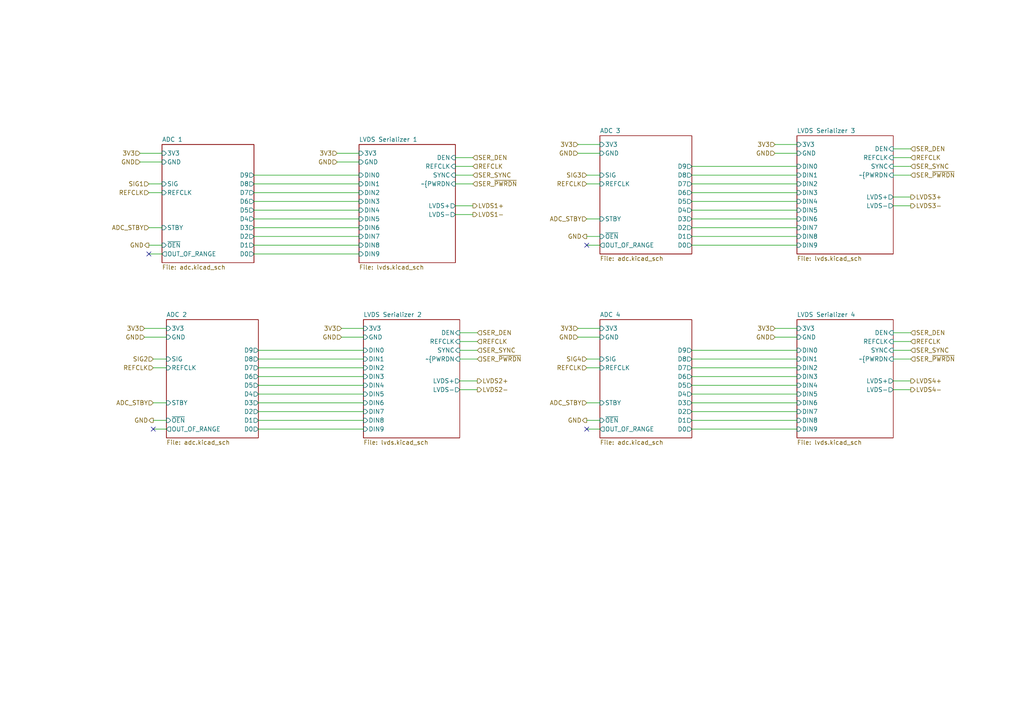
<source format=kicad_sch>
(kicad_sch (version 20211123) (generator eeschema)
  (paper "A4")
  (lib_symbols)
  (no_connect (at 170.18 71.12))
  (no_connect (at 43.18 73.66))
  (no_connect (at 170.18 124.46))
  (no_connect (at 44.45 124.46))
  (wire (pts (xy 44.45 124.46) (xy 48.26 124.46)))
  (wire (pts (xy 200.66 53.34) (xy 231.14 53.34)))
  (wire (pts (xy 74.93 101.6) (xy 105.41 101.6)))
  (wire (pts (xy 133.35 110.49) (xy 138.43 110.49)))
  (wire (pts (xy 200.66 114.3) (xy 231.14 114.3)))
  (wire (pts (xy 200.66 124.46) (xy 231.14 124.46)))
  (wire (pts (xy 132.08 48.26) (xy 137.16 48.26)))
  (wire (pts (xy 74.93 116.84) (xy 105.41 116.84)))
  (wire (pts (xy 74.93 106.68) (xy 105.41 106.68)))
  (wire (pts (xy 74.93 114.3) (xy 105.41 114.3)))
  (wire (pts (xy 132.08 45.72) (xy 137.16 45.72)))
  (wire (pts (xy 170.18 121.92) (xy 173.99 121.92)))
  (wire (pts (xy 73.66 63.5) (xy 104.14 63.5)))
  (wire (pts (xy 43.18 55.88) (xy 46.99 55.88)))
  (wire (pts (xy 73.66 71.12) (xy 104.14 71.12)))
  (wire (pts (xy 167.64 95.25) (xy 173.99 95.25)))
  (wire (pts (xy 133.35 96.52) (xy 138.43 96.52)))
  (wire (pts (xy 200.66 111.76) (xy 231.14 111.76)))
  (wire (pts (xy 132.08 59.69) (xy 137.16 59.69)))
  (wire (pts (xy 44.45 104.14) (xy 48.26 104.14)))
  (wire (pts (xy 259.08 99.06) (xy 264.16 99.06)))
  (wire (pts (xy 73.66 68.58) (xy 104.14 68.58)))
  (wire (pts (xy 97.79 44.45) (xy 104.14 44.45)))
  (wire (pts (xy 167.64 44.45) (xy 173.99 44.45)))
  (wire (pts (xy 170.18 50.8) (xy 173.99 50.8)))
  (wire (pts (xy 224.79 44.45) (xy 231.14 44.45)))
  (wire (pts (xy 97.79 46.99) (xy 104.14 46.99)))
  (wire (pts (xy 259.08 48.26) (xy 264.16 48.26)))
  (wire (pts (xy 170.18 116.84) (xy 173.99 116.84)))
  (wire (pts (xy 44.45 106.68) (xy 48.26 106.68)))
  (wire (pts (xy 200.66 63.5) (xy 231.14 63.5)))
  (wire (pts (xy 259.08 43.18) (xy 264.16 43.18)))
  (wire (pts (xy 224.79 95.25) (xy 231.14 95.25)))
  (wire (pts (xy 200.66 104.14) (xy 231.14 104.14)))
  (wire (pts (xy 74.93 121.92) (xy 105.41 121.92)))
  (wire (pts (xy 200.66 106.68) (xy 231.14 106.68)))
  (wire (pts (xy 170.18 124.46) (xy 173.99 124.46)))
  (wire (pts (xy 99.06 97.79) (xy 105.41 97.79)))
  (wire (pts (xy 43.18 53.34) (xy 46.99 53.34)))
  (wire (pts (xy 200.66 71.12) (xy 231.14 71.12)))
  (wire (pts (xy 73.66 55.88) (xy 104.14 55.88)))
  (wire (pts (xy 170.18 106.68) (xy 173.99 106.68)))
  (wire (pts (xy 73.66 53.34) (xy 104.14 53.34)))
  (wire (pts (xy 200.66 58.42) (xy 231.14 58.42)))
  (wire (pts (xy 133.35 113.03) (xy 138.43 113.03)))
  (wire (pts (xy 74.93 104.14) (xy 105.41 104.14)))
  (wire (pts (xy 73.66 58.42) (xy 104.14 58.42)))
  (wire (pts (xy 170.18 104.14) (xy 173.99 104.14)))
  (wire (pts (xy 170.18 71.12) (xy 173.99 71.12)))
  (wire (pts (xy 200.66 55.88) (xy 231.14 55.88)))
  (wire (pts (xy 73.66 73.66) (xy 104.14 73.66)))
  (wire (pts (xy 44.45 121.92) (xy 48.26 121.92)))
  (wire (pts (xy 259.08 45.72) (xy 264.16 45.72)))
  (wire (pts (xy 73.66 50.8) (xy 104.14 50.8)))
  (wire (pts (xy 40.64 44.45) (xy 46.99 44.45)))
  (wire (pts (xy 132.08 62.23) (xy 137.16 62.23)))
  (wire (pts (xy 40.64 46.99) (xy 46.99 46.99)))
  (wire (pts (xy 259.08 50.8) (xy 264.16 50.8)))
  (wire (pts (xy 132.08 53.34) (xy 137.16 53.34)))
  (wire (pts (xy 74.93 124.46) (xy 105.41 124.46)))
  (wire (pts (xy 200.66 116.84) (xy 231.14 116.84)))
  (wire (pts (xy 43.18 71.12) (xy 46.99 71.12)))
  (wire (pts (xy 167.64 97.79) (xy 173.99 97.79)))
  (wire (pts (xy 170.18 53.34) (xy 173.99 53.34)))
  (wire (pts (xy 259.08 101.6) (xy 264.16 101.6)))
  (wire (pts (xy 200.66 60.96) (xy 231.14 60.96)))
  (wire (pts (xy 200.66 50.8) (xy 231.14 50.8)))
  (wire (pts (xy 200.66 68.58) (xy 231.14 68.58)))
  (wire (pts (xy 259.08 113.03) (xy 264.16 113.03)))
  (wire (pts (xy 259.08 59.69) (xy 264.16 59.69)))
  (wire (pts (xy 259.08 96.52) (xy 264.16 96.52)))
  (wire (pts (xy 200.66 48.26) (xy 231.14 48.26)))
  (wire (pts (xy 43.18 66.04) (xy 46.99 66.04)))
  (wire (pts (xy 200.66 66.04) (xy 231.14 66.04)))
  (wire (pts (xy 74.93 111.76) (xy 105.41 111.76)))
  (wire (pts (xy 259.08 57.15) (xy 264.16 57.15)))
  (wire (pts (xy 99.06 95.25) (xy 105.41 95.25)))
  (wire (pts (xy 43.18 73.66) (xy 46.99 73.66)))
  (wire (pts (xy 200.66 101.6) (xy 231.14 101.6)))
  (wire (pts (xy 132.08 50.8) (xy 137.16 50.8)))
  (wire (pts (xy 73.66 60.96) (xy 104.14 60.96)))
  (wire (pts (xy 259.08 104.14) (xy 264.16 104.14)))
  (wire (pts (xy 224.79 97.79) (xy 231.14 97.79)))
  (wire (pts (xy 73.66 66.04) (xy 104.14 66.04)))
  (wire (pts (xy 44.45 116.84) (xy 48.26 116.84)))
  (wire (pts (xy 170.18 68.58) (xy 173.99 68.58)))
  (wire (pts (xy 259.08 110.49) (xy 264.16 110.49)))
  (wire (pts (xy 133.35 101.6) (xy 138.43 101.6)))
  (wire (pts (xy 200.66 119.38) (xy 231.14 119.38)))
  (wire (pts (xy 133.35 99.06) (xy 138.43 99.06)))
  (wire (pts (xy 200.66 109.22) (xy 231.14 109.22)))
  (wire (pts (xy 224.79 41.91) (xy 231.14 41.91)))
  (wire (pts (xy 74.93 119.38) (xy 105.41 119.38)))
  (wire (pts (xy 167.64 41.91) (xy 173.99 41.91)))
  (wire (pts (xy 74.93 109.22) (xy 105.41 109.22)))
  (wire (pts (xy 41.91 97.79) (xy 48.26 97.79)))
  (wire (pts (xy 200.66 121.92) (xy 231.14 121.92)))
  (wire (pts (xy 133.35 104.14) (xy 138.43 104.14)))
  (wire (pts (xy 41.91 95.25) (xy 48.26 95.25)))
  (wire (pts (xy 170.18 63.5) (xy 173.99 63.5)))
  (hierarchical_label "GND" (shape input) (at 167.64 44.45 180))
  (hierarchical_label "SER_DEN" (shape input) (at 264.16 96.52 0))
  (hierarchical_label "3V3" (shape input) (at 41.91 95.25 180))
  (hierarchical_label "REFCLK" (shape input) (at 43.18 55.88 180))
  (hierarchical_label "GND" (shape input) (at 224.79 44.45 180))
  (hierarchical_label "LVDS4+" (shape output) (at 264.16 110.49 0))
  (hierarchical_label "SER_SYNC" (shape input) (at 137.16 50.8 0))
  (hierarchical_label "GND" (shape input) (at 99.06 97.79 180))
  (hierarchical_label "GND" (shape output) (at 43.18 71.12 180))
  (hierarchical_label "SER_~{PWRDN}" (shape input) (at 138.43 104.14 0))
  (hierarchical_label "REFCLK" (shape input) (at 170.18 53.34 180))
  (hierarchical_label "SER_DEN" (shape input) (at 138.43 96.52 0))
  (hierarchical_label "3V3" (shape input) (at 40.64 44.45 180))
  (hierarchical_label "GND" (shape input) (at 40.64 46.99 180))
  (hierarchical_label "LVDS3-" (shape output) (at 264.16 59.69 0))
  (hierarchical_label "SER_~{PWRDN}" (shape input) (at 264.16 104.14 0))
  (hierarchical_label "LVDS3+" (shape output) (at 264.16 57.15 0))
  (hierarchical_label "SER_~{PWRDN}" (shape input) (at 264.16 50.8 0))
  (hierarchical_label "SIG3" (shape input) (at 170.18 50.8 180))
  (hierarchical_label "SER_SYNC" (shape input) (at 264.16 48.26 0))
  (hierarchical_label "SER_DEN" (shape input) (at 264.16 43.18 0))
  (hierarchical_label "ADC_STBY" (shape input) (at 44.45 116.84 180))
  (hierarchical_label "LVDS2-" (shape output) (at 138.43 113.03 0))
  (hierarchical_label "LVDS1-" (shape output) (at 137.16 62.23 0))
  (hierarchical_label "3V3" (shape input) (at 167.64 95.25 180))
  (hierarchical_label "3V3" (shape input) (at 97.79 44.45 180))
  (hierarchical_label "REFCLK" (shape input) (at 137.16 48.26 0))
  (hierarchical_label "SIG1" (shape input) (at 43.18 53.34 180))
  (hierarchical_label "ADC_STBY" (shape input) (at 170.18 116.84 180))
  (hierarchical_label "3V3" (shape input) (at 224.79 95.25 180))
  (hierarchical_label "REFCLK" (shape input) (at 264.16 45.72 0))
  (hierarchical_label "SER_SYNC" (shape input) (at 138.43 101.6 0))
  (hierarchical_label "GND" (shape input) (at 41.91 97.79 180))
  (hierarchical_label "SER_~{PWRDN}" (shape input) (at 137.16 53.34 0))
  (hierarchical_label "GND" (shape input) (at 224.79 97.79 180))
  (hierarchical_label "SIG2" (shape input) (at 44.45 104.14 180))
  (hierarchical_label "ADC_STBY" (shape input) (at 43.18 66.04 180))
  (hierarchical_label "REFCLK" (shape input) (at 44.45 106.68 180))
  (hierarchical_label "SER_DEN" (shape input) (at 137.16 45.72 0))
  (hierarchical_label "GND" (shape input) (at 97.79 46.99 180))
  (hierarchical_label "3V3" (shape input) (at 224.79 41.91 180))
  (hierarchical_label "LVDS1+" (shape output) (at 137.16 59.69 0))
  (hierarchical_label "REFCLK" (shape input) (at 264.16 99.06 0))
  (hierarchical_label "3V3" (shape input) (at 99.06 95.25 180))
  (hierarchical_label "LVDS4-" (shape output) (at 264.16 113.03 0))
  (hierarchical_label "ADC_STBY" (shape input) (at 170.18 63.5 180))
  (hierarchical_label "LVDS2+" (shape output) (at 138.43 110.49 0))
  (hierarchical_label "REFCLK" (shape input) (at 170.18 106.68 180))
  (hierarchical_label "SER_SYNC" (shape input) (at 264.16 101.6 0))
  (hierarchical_label "3V3" (shape input) (at 167.64 41.91 180))
  (hierarchical_label "REFCLK" (shape input) (at 138.43 99.06 0))
  (hierarchical_label "GND" (shape output) (at 44.45 121.92 180))
  (hierarchical_label "GND" (shape input) (at 167.64 97.79 180))
  (hierarchical_label "SIG4" (shape input) (at 170.18 104.14 180))
  (hierarchical_label "GND" (shape output) (at 170.18 121.92 180))
  (hierarchical_label "GND" (shape output) (at 170.18 68.58 180))
  (sheet (at 231.14 92.71) (size 27.94 34.29) (stroke (width 0.1524))
    (property "Sheet name" "LVDS Serializer 4" (at 231.14 91.9984 0) (effects (justify left bottom)))
    (property "Sheet file" "lvds.kicad_sch" (at 231.14 127.5846 0) (effects (justify left top)))
    (pin "3V3" input (at 231.14 95.25 180))
    (pin "GND" input (at 231.14 97.79 180))
    (pin "REFCLK" input (at 259.08 99.06 0))
    (pin "LVDS-" output (at 259.08 113.03 0))
    (pin "LVDS+" output (at 259.08 110.49 0))
    (pin "SYNC" input (at 259.08 101.6 0))
    (pin "~{PWRDN" input (at 259.08 104.14 0))
    (pin "DIN8" input (at 231.14 121.92 180))
    (pin "DIN9" input (at 231.14 124.46 180))
    (pin "DEN" input (at 259.08 96.52 0))
    (pin "DIN0" input (at 231.14 101.6 180))
    (pin "DIN1" input (at 231.14 104.14 180))
    (pin "DIN2" input (at 231.14 106.68 180))
    (pin "DIN3" input (at 231.14 109.22 180))
    (pin "DIN4" input (at 231.14 111.76 180))
    (pin "DIN5" input (at 231.14 114.3 180))
    (pin "DIN6" input (at 231.14 116.84 180))
    (pin "DIN7" input (at 231.14 119.38 180))
  )
  (sheet (at 48.26 92.71) (size 26.67 34.29) (stroke (width 0.1524))
    (property "Sheet name" "ADC 2" (at 48.26 91.9984 0) (effects (justify left bottom)))
    (property "Sheet file" "adc.kicad_sch" (at 48.26 127.5846 0) (effects (justify left top)))
    (pin "GND" input (at 48.26 97.79 180))
    (pin "D5" output (at 74.93 111.76 0))
    (pin "D3" output (at 74.93 116.84 0))
    (pin "D1" output (at 74.93 121.92 0))
    (pin "D2" output (at 74.93 119.38 0))
    (pin "D0" output (at 74.93 124.46 0))
    (pin "D4" output (at 74.93 114.3 0))
    (pin "D9" output (at 74.93 101.6 0))
    (pin "OUT_OF_RANGE" output (at 48.26 124.46 180))
    (pin "~{OEN}" input (at 48.26 121.92 180))
    (pin "D6" output (at 74.93 109.22 0))
    (pin "D8" output (at 74.93 104.14 0))
    (pin "D7" output (at 74.93 106.68 0))
    (pin "STBY" input (at 48.26 116.84 180))
    (pin "REFCLK" input (at 48.26 106.68 180))
    (pin "SIG" input (at 48.26 104.14 180))
    (pin "3V3" input (at 48.26 95.25 180))
  )
  (sheet (at 173.99 39.37) (size 26.67 34.29) (stroke (width 0.1524))
    (property "Sheet name" "ADC 3" (at 173.99 38.6584 0) (effects (justify left bottom)))
    (property "Sheet file" "adc.kicad_sch" (at 173.99 74.2446 0) (effects (justify left top)))
    (pin "GND" input (at 173.99 44.45 180))
    (pin "D5" output (at 200.66 58.42 0))
    (pin "D3" output (at 200.66 63.5 0))
    (pin "D1" output (at 200.66 68.58 0))
    (pin "D2" output (at 200.66 66.04 0))
    (pin "D0" output (at 200.66 71.12 0))
    (pin "D4" output (at 200.66 60.96 0))
    (pin "D9" output (at 200.66 48.26 0))
    (pin "OUT_OF_RANGE" output (at 173.99 71.12 180))
    (pin "~{OEN}" input (at 173.99 68.58 180))
    (pin "D6" output (at 200.66 55.88 0))
    (pin "D8" output (at 200.66 50.8 0))
    (pin "D7" output (at 200.66 53.34 0))
    (pin "STBY" input (at 173.99 63.5 180))
    (pin "REFCLK" input (at 173.99 53.34 180))
    (pin "SIG" input (at 173.99 50.8 180))
    (pin "3V3" input (at 173.99 41.91 180))
  )
  (sheet (at 173.99 92.71) (size 26.67 34.29) (stroke (width 0.1524))
    (property "Sheet name" "ADC 4" (at 173.99 91.9984 0) (effects (justify left bottom)))
    (property "Sheet file" "adc.kicad_sch" (at 173.99 127.5846 0) (effects (justify left top)))
    (pin "GND" input (at 173.99 97.79 180))
    (pin "D5" output (at 200.66 111.76 0))
    (pin "D3" output (at 200.66 116.84 0))
    (pin "D1" output (at 200.66 121.92 0))
    (pin "D2" output (at 200.66 119.38 0))
    (pin "D0" output (at 200.66 124.46 0))
    (pin "D4" output (at 200.66 114.3 0))
    (pin "D9" output (at 200.66 101.6 0))
    (pin "OUT_OF_RANGE" output (at 173.99 124.46 180))
    (pin "~{OEN}" input (at 173.99 121.92 180))
    (pin "D6" output (at 200.66 109.22 0))
    (pin "D8" output (at 200.66 104.14 0))
    (pin "D7" output (at 200.66 106.68 0))
    (pin "STBY" input (at 173.99 116.84 180))
    (pin "REFCLK" input (at 173.99 106.68 180))
    (pin "SIG" input (at 173.99 104.14 180))
    (pin "3V3" input (at 173.99 95.25 180))
  )
  (sheet (at 231.14 39.37) (size 27.94 34.29) (stroke (width 0.1524))
    (property "Sheet name" "LVDS Serializer 3" (at 231.14 38.6584 0) (effects (justify left bottom)))
    (property "Sheet file" "lvds.kicad_sch" (at 231.14 74.2446 0) (effects (justify left top)))
    (pin "3V3" input (at 231.14 41.91 180))
    (pin "GND" input (at 231.14 44.45 180))
    (pin "REFCLK" input (at 259.08 45.72 0))
    (pin "LVDS-" output (at 259.08 59.69 0))
    (pin "LVDS+" output (at 259.08 57.15 0))
    (pin "SYNC" input (at 259.08 48.26 0))
    (pin "~{PWRDN" input (at 259.08 50.8 0))
    (pin "DIN8" input (at 231.14 68.58 180))
    (pin "DIN9" input (at 231.14 71.12 180))
    (pin "DEN" input (at 259.08 43.18 0))
    (pin "DIN0" input (at 231.14 48.26 180))
    (pin "DIN1" input (at 231.14 50.8 180))
    (pin "DIN2" input (at 231.14 53.34 180))
    (pin "DIN3" input (at 231.14 55.88 180))
    (pin "DIN4" input (at 231.14 58.42 180))
    (pin "DIN5" input (at 231.14 60.96 180))
    (pin "DIN6" input (at 231.14 63.5 180))
    (pin "DIN7" input (at 231.14 66.04 180))
  )
  (sheet (at 105.41 92.71) (size 27.94 34.29) (stroke (width 0.1524))
    (property "Sheet name" "LVDS Serializer 2" (at 105.41 91.9984 0) (effects (justify left bottom)))
    (property "Sheet file" "lvds.kicad_sch" (at 105.41 127.5846 0) (effects (justify left top)))
    (pin "3V3" input (at 105.41 95.25 180))
    (pin "GND" input (at 105.41 97.79 180))
    (pin "REFCLK" input (at 133.35 99.06 0))
    (pin "LVDS-" output (at 133.35 113.03 0))
    (pin "LVDS+" output (at 133.35 110.49 0))
    (pin "SYNC" input (at 133.35 101.6 0))
    (pin "~{PWRDN" input (at 133.35 104.14 0))
    (pin "DIN8" input (at 105.41 121.92 180))
    (pin "DIN9" input (at 105.41 124.46 180))
    (pin "DEN" input (at 133.35 96.52 0))
    (pin "DIN0" input (at 105.41 101.6 180))
    (pin "DIN1" input (at 105.41 104.14 180))
    (pin "DIN2" input (at 105.41 106.68 180))
    (pin "DIN3" input (at 105.41 109.22 180))
    (pin "DIN4" input (at 105.41 111.76 180))
    (pin "DIN5" input (at 105.41 114.3 180))
    (pin "DIN6" input (at 105.41 116.84 180))
    (pin "DIN7" input (at 105.41 119.38 180))
  )
  (sheet (at 104.14 41.91) (size 27.94 34.29) (stroke (width 0.1524))
    (property "Sheet name" "LVDS Serializer 1" (at 104.14 41.1984 0) (effects (justify left bottom)))
    (property "Sheet file" "lvds.kicad_sch" (at 104.14 76.7846 0) (effects (justify left top)))
    (pin "3V3" input (at 104.14 44.45 180))
    (pin "GND" input (at 104.14 46.99 180))
    (pin "REFCLK" input (at 132.08 48.26 0))
    (pin "LVDS-" output (at 132.08 62.23 0))
    (pin "LVDS+" output (at 132.08 59.69 0))
    (pin "SYNC" input (at 132.08 50.8 0))
    (pin "~{PWRDN" input (at 132.08 53.34 0))
    (pin "DIN8" input (at 104.14 71.12 180))
    (pin "DIN9" input (at 104.14 73.66 180))
    (pin "DEN" input (at 132.08 45.72 0))
    (pin "DIN0" input (at 104.14 50.8 180))
    (pin "DIN1" input (at 104.14 53.34 180))
    (pin "DIN2" input (at 104.14 55.88 180))
    (pin "DIN3" input (at 104.14 58.42 180))
    (pin "DIN4" input (at 104.14 60.96 180))
    (pin "DIN5" input (at 104.14 63.5 180))
    (pin "DIN6" input (at 104.14 66.04 180))
    (pin "DIN7" input (at 104.14 68.58 180))
  )
  (sheet (at 46.99 41.91) (size 26.67 34.29) (stroke (width 0.1524))
    (property "Sheet name" "ADC 1" (at 46.99 41.1984 0) (effects (justify left bottom)))
    (property "Sheet file" "adc.kicad_sch" (at 46.99 76.7846 0) (effects (justify left top)))
    (pin "GND" input (at 46.99 46.99 180))
    (pin "D5" output (at 73.66 60.96 0))
    (pin "D3" output (at 73.66 66.04 0))
    (pin "D1" output (at 73.66 71.12 0))
    (pin "D2" output (at 73.66 68.58 0))
    (pin "D0" output (at 73.66 73.66 0))
    (pin "D4" output (at 73.66 63.5 0))
    (pin "D9" output (at 73.66 50.8 0))
    (pin "OUT_OF_RANGE" output (at 46.99 73.66 180))
    (pin "~{OEN}" input (at 46.99 71.12 180))
    (pin "D6" output (at 73.66 58.42 0))
    (pin "D8" output (at 73.66 53.34 0))
    (pin "D7" output (at 73.66 55.88 0))
    (pin "STBY" input (at 46.99 66.04 180))
    (pin "REFCLK" input (at 46.99 55.88 180))
    (pin "SIG" input (at 46.99 53.34 180))
    (pin "3V3" input (at 46.99 44.45 180))
  )
)
</source>
